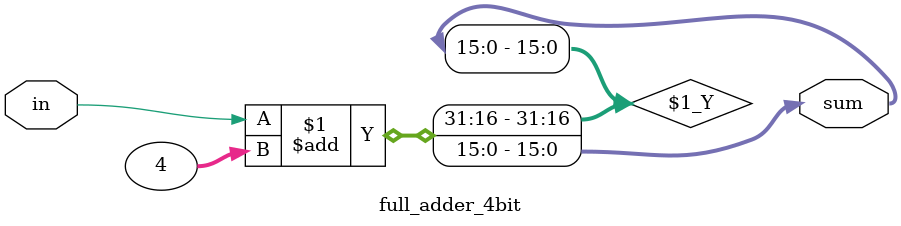
<source format=v>

module full_adder_4bit(in, sum);
    input   in;
    output  [15:0] sum;
    assign   sum = in + 4;
    
endmodule
</source>
